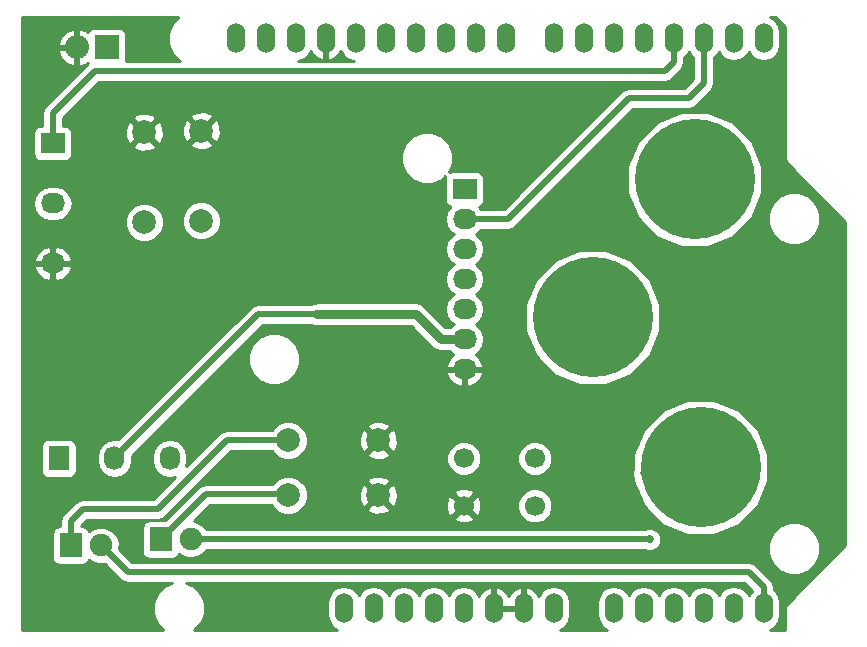
<source format=gtl>
G04 #@! TF.FileFunction,Copper,L1,Top,Signal*
%FSLAX46Y46*%
G04 Gerber Fmt 4.6, Leading zero omitted, Abs format (unit mm)*
G04 Created by KiCad (PCBNEW 4.0.1-3.201512221402+6198~38~ubuntu14.04.1-stable) date Fri 19 Feb 2016 11:58:25 AM PST*
%MOMM*%
G01*
G04 APERTURE LIST*
%ADD10C,0.100000*%
%ADD11O,1.524000X2.540000*%
%ADD12R,2.032000X1.727200*%
%ADD13O,2.032000X1.727200*%
%ADD14C,1.998980*%
%ADD15C,10.160000*%
%ADD16R,1.900000X2.000000*%
%ADD17C,1.900000*%
%ADD18R,2.032000X2.032000*%
%ADD19O,2.032000X2.032000*%
%ADD20R,1.727200X2.032000*%
%ADD21O,1.727200X2.032000*%
%ADD22C,1.700000*%
%ADD23C,0.685800*%
%ADD24C,0.508000*%
%ADD25C,0.762000*%
%ADD26C,0.330200*%
%ADD27C,0.254000*%
G04 APERTURE END LIST*
D10*
D11*
X151130000Y-115570000D03*
X148590000Y-115570000D03*
X146050000Y-115570000D03*
X138430000Y-115570000D03*
X140970000Y-115570000D03*
X143510000Y-115570000D03*
X133350000Y-115570000D03*
X130810000Y-115570000D03*
X128270000Y-115570000D03*
X123190000Y-115570000D03*
X120650000Y-115570000D03*
X151130000Y-67310000D03*
X148590000Y-67310000D03*
X146050000Y-67310000D03*
X143510000Y-67310000D03*
X140970000Y-67310000D03*
X138430000Y-67310000D03*
X135890000Y-67310000D03*
X133350000Y-67310000D03*
X129286000Y-67310000D03*
X126746000Y-67310000D03*
X124206000Y-67310000D03*
X121666000Y-67310000D03*
X119126000Y-67310000D03*
X116586000Y-67310000D03*
X114046000Y-67310000D03*
X111506000Y-67310000D03*
X125730000Y-115570000D03*
X108966000Y-67310000D03*
X106426000Y-67310000D03*
X118110000Y-115570000D03*
X115570000Y-115570000D03*
D12*
X125793500Y-80073500D03*
D13*
X125793500Y-82613500D03*
X125793500Y-85153500D03*
X125793500Y-87693500D03*
X125793500Y-90233500D03*
X125793500Y-92773500D03*
X125793500Y-95313500D03*
D14*
X110871000Y-101346000D03*
X118491000Y-101346000D03*
X110871000Y-105981500D03*
X118491000Y-105981500D03*
X103505000Y-82740500D03*
X103505000Y-75120500D03*
X98679000Y-82867500D03*
X98679000Y-75247500D03*
D15*
X145796000Y-103632000D03*
X145288000Y-79248000D03*
X136652000Y-90932000D03*
D16*
X92456000Y-110236000D03*
D17*
X94996000Y-110236000D03*
D16*
X100076000Y-109728000D03*
D17*
X102616000Y-109728000D03*
D12*
X90932000Y-76200000D03*
D13*
X90932000Y-81280000D03*
X90932000Y-86360000D03*
D18*
X95504000Y-68072000D03*
D19*
X92964000Y-68072000D03*
D20*
X91440000Y-102870000D03*
D21*
X96139000Y-102870000D03*
X100838000Y-102870000D03*
D22*
X131730000Y-106870000D03*
X125730000Y-106870000D03*
X131730000Y-102870000D03*
X125730000Y-102870000D03*
D23*
X113284000Y-90678000D03*
X141478000Y-109728000D03*
X140970000Y-104140000D03*
X144780000Y-74930000D03*
X133350000Y-87630000D03*
D24*
X125793500Y-92773500D02*
X125539500Y-92773500D01*
D25*
X113284000Y-90678000D02*
X121666000Y-90678000D01*
X123761500Y-92773500D02*
X125793500Y-92773500D01*
X121666000Y-90678000D02*
X123761500Y-92773500D01*
D24*
X112268000Y-90678000D02*
X113284000Y-90678000D01*
X125539500Y-92773500D02*
X125476000Y-92710000D01*
X112268000Y-90678000D02*
X108331000Y-90678000D01*
X108331000Y-90678000D02*
X96139000Y-102870000D01*
X92456000Y-110236000D02*
X92456000Y-108204000D01*
X105664000Y-101346000D02*
X110871000Y-101346000D01*
X99822000Y-107188000D02*
X105664000Y-101346000D01*
X93472000Y-107188000D02*
X99822000Y-107188000D01*
X92456000Y-108204000D02*
X93472000Y-107188000D01*
X149860000Y-112522000D02*
X97282000Y-112522000D01*
X97282000Y-112522000D02*
X94996000Y-110236000D01*
X151130000Y-115570000D02*
X151130000Y-113792000D01*
X151130000Y-113792000D02*
X149860000Y-112522000D01*
X100076000Y-109728000D02*
X103886000Y-105918000D01*
X103886000Y-105918000D02*
X110807500Y-105918000D01*
X110807500Y-105918000D02*
X110871000Y-105981500D01*
X102616000Y-109728000D02*
X141478000Y-109728000D01*
D26*
X140970000Y-104140000D02*
X141224000Y-103886000D01*
X141224000Y-103886000D02*
X145605500Y-103886000D01*
X144780000Y-74930000D02*
X145288000Y-75438000D01*
X145288000Y-75438000D02*
X145288000Y-78930500D01*
X133350000Y-87630000D02*
X135572500Y-89852500D01*
X135572500Y-89852500D02*
X135572500Y-91313000D01*
D24*
X125793500Y-82613500D02*
X129476500Y-82613500D01*
X146050000Y-71120000D02*
X144780000Y-72390000D01*
X144780000Y-72390000D02*
X139700000Y-72390000D01*
X139700000Y-72390000D02*
X135890000Y-76200000D01*
X146050000Y-71120000D02*
X146050000Y-67310000D01*
X129476500Y-82613500D02*
X135890000Y-76200000D01*
X143510000Y-69342000D02*
X143510000Y-67310000D01*
X142748000Y-70104000D02*
X143510000Y-69342000D01*
X94488000Y-70104000D02*
X142748000Y-70104000D01*
X90932000Y-73660000D02*
X94488000Y-70104000D01*
X90932000Y-76200000D02*
X90932000Y-73660000D01*
D27*
G36*
X150132336Y-114051572D02*
X149860000Y-114459150D01*
X149577828Y-114036851D01*
X149124609Y-113734019D01*
X148590000Y-113627679D01*
X148055391Y-113734019D01*
X147602172Y-114036851D01*
X147320000Y-114459150D01*
X147037828Y-114036851D01*
X146584609Y-113734019D01*
X146050000Y-113627679D01*
X145515391Y-113734019D01*
X145062172Y-114036851D01*
X144780000Y-114459150D01*
X144497828Y-114036851D01*
X144044609Y-113734019D01*
X143510000Y-113627679D01*
X142975391Y-113734019D01*
X142522172Y-114036851D01*
X142240000Y-114459150D01*
X141957828Y-114036851D01*
X141504609Y-113734019D01*
X140970000Y-113627679D01*
X140435391Y-113734019D01*
X139982172Y-114036851D01*
X139700000Y-114459150D01*
X139417828Y-114036851D01*
X138964609Y-113734019D01*
X138430000Y-113627679D01*
X137895391Y-113734019D01*
X137442172Y-114036851D01*
X137139340Y-114490070D01*
X137033000Y-115024679D01*
X137033000Y-116115321D01*
X137139340Y-116649930D01*
X137442172Y-117103149D01*
X137886440Y-117400000D01*
X133893560Y-117400000D01*
X134337828Y-117103149D01*
X134640660Y-116649930D01*
X134747000Y-116115321D01*
X134747000Y-115024679D01*
X134640660Y-114490070D01*
X134337828Y-114036851D01*
X133884609Y-113734019D01*
X133350000Y-113627679D01*
X132815391Y-113734019D01*
X132362172Y-114036851D01*
X132070670Y-114473113D01*
X132052059Y-114410059D01*
X131708026Y-113984370D01*
X131227277Y-113722740D01*
X131153070Y-113707780D01*
X130937000Y-113830280D01*
X130937000Y-115443000D01*
X130957000Y-115443000D01*
X130957000Y-115697000D01*
X130937000Y-115697000D01*
X130937000Y-115717000D01*
X130683000Y-115717000D01*
X130683000Y-115697000D01*
X128397000Y-115697000D01*
X128397000Y-115717000D01*
X128143000Y-115717000D01*
X128143000Y-115697000D01*
X128123000Y-115697000D01*
X128123000Y-115443000D01*
X128143000Y-115443000D01*
X128143000Y-113830280D01*
X128397000Y-113830280D01*
X128397000Y-115443000D01*
X130683000Y-115443000D01*
X130683000Y-113830280D01*
X130466930Y-113707780D01*
X130392723Y-113722740D01*
X129911974Y-113984370D01*
X129567941Y-114410059D01*
X129540000Y-114504723D01*
X129512059Y-114410059D01*
X129168026Y-113984370D01*
X128687277Y-113722740D01*
X128613070Y-113707780D01*
X128397000Y-113830280D01*
X128143000Y-113830280D01*
X127926930Y-113707780D01*
X127852723Y-113722740D01*
X127371974Y-113984370D01*
X127027941Y-114410059D01*
X127009330Y-114473113D01*
X126717828Y-114036851D01*
X126264609Y-113734019D01*
X125730000Y-113627679D01*
X125195391Y-113734019D01*
X124742172Y-114036851D01*
X124460000Y-114459150D01*
X124177828Y-114036851D01*
X123724609Y-113734019D01*
X123190000Y-113627679D01*
X122655391Y-113734019D01*
X122202172Y-114036851D01*
X121920000Y-114459150D01*
X121637828Y-114036851D01*
X121184609Y-113734019D01*
X120650000Y-113627679D01*
X120115391Y-113734019D01*
X119662172Y-114036851D01*
X119380000Y-114459150D01*
X119097828Y-114036851D01*
X118644609Y-113734019D01*
X118110000Y-113627679D01*
X117575391Y-113734019D01*
X117122172Y-114036851D01*
X116840000Y-114459150D01*
X116557828Y-114036851D01*
X116104609Y-113734019D01*
X115570000Y-113627679D01*
X115035391Y-113734019D01*
X114582172Y-114036851D01*
X114279340Y-114490070D01*
X114173000Y-115024679D01*
X114173000Y-116115321D01*
X114279340Y-116649930D01*
X114582172Y-117103149D01*
X115026440Y-117400000D01*
X102912639Y-117400000D01*
X103483045Y-116830589D01*
X103822113Y-116014022D01*
X103822885Y-115129857D01*
X103485242Y-114312700D01*
X102860589Y-113686955D01*
X102196015Y-113411000D01*
X149491764Y-113411000D01*
X150132336Y-114051572D01*
X150132336Y-114051572D01*
G37*
X150132336Y-114051572D02*
X149860000Y-114459150D01*
X149577828Y-114036851D01*
X149124609Y-113734019D01*
X148590000Y-113627679D01*
X148055391Y-113734019D01*
X147602172Y-114036851D01*
X147320000Y-114459150D01*
X147037828Y-114036851D01*
X146584609Y-113734019D01*
X146050000Y-113627679D01*
X145515391Y-113734019D01*
X145062172Y-114036851D01*
X144780000Y-114459150D01*
X144497828Y-114036851D01*
X144044609Y-113734019D01*
X143510000Y-113627679D01*
X142975391Y-113734019D01*
X142522172Y-114036851D01*
X142240000Y-114459150D01*
X141957828Y-114036851D01*
X141504609Y-113734019D01*
X140970000Y-113627679D01*
X140435391Y-113734019D01*
X139982172Y-114036851D01*
X139700000Y-114459150D01*
X139417828Y-114036851D01*
X138964609Y-113734019D01*
X138430000Y-113627679D01*
X137895391Y-113734019D01*
X137442172Y-114036851D01*
X137139340Y-114490070D01*
X137033000Y-115024679D01*
X137033000Y-116115321D01*
X137139340Y-116649930D01*
X137442172Y-117103149D01*
X137886440Y-117400000D01*
X133893560Y-117400000D01*
X134337828Y-117103149D01*
X134640660Y-116649930D01*
X134747000Y-116115321D01*
X134747000Y-115024679D01*
X134640660Y-114490070D01*
X134337828Y-114036851D01*
X133884609Y-113734019D01*
X133350000Y-113627679D01*
X132815391Y-113734019D01*
X132362172Y-114036851D01*
X132070670Y-114473113D01*
X132052059Y-114410059D01*
X131708026Y-113984370D01*
X131227277Y-113722740D01*
X131153070Y-113707780D01*
X130937000Y-113830280D01*
X130937000Y-115443000D01*
X130957000Y-115443000D01*
X130957000Y-115697000D01*
X130937000Y-115697000D01*
X130937000Y-115717000D01*
X130683000Y-115717000D01*
X130683000Y-115697000D01*
X128397000Y-115697000D01*
X128397000Y-115717000D01*
X128143000Y-115717000D01*
X128143000Y-115697000D01*
X128123000Y-115697000D01*
X128123000Y-115443000D01*
X128143000Y-115443000D01*
X128143000Y-113830280D01*
X128397000Y-113830280D01*
X128397000Y-115443000D01*
X130683000Y-115443000D01*
X130683000Y-113830280D01*
X130466930Y-113707780D01*
X130392723Y-113722740D01*
X129911974Y-113984370D01*
X129567941Y-114410059D01*
X129540000Y-114504723D01*
X129512059Y-114410059D01*
X129168026Y-113984370D01*
X128687277Y-113722740D01*
X128613070Y-113707780D01*
X128397000Y-113830280D01*
X128143000Y-113830280D01*
X127926930Y-113707780D01*
X127852723Y-113722740D01*
X127371974Y-113984370D01*
X127027941Y-114410059D01*
X127009330Y-114473113D01*
X126717828Y-114036851D01*
X126264609Y-113734019D01*
X125730000Y-113627679D01*
X125195391Y-113734019D01*
X124742172Y-114036851D01*
X124460000Y-114459150D01*
X124177828Y-114036851D01*
X123724609Y-113734019D01*
X123190000Y-113627679D01*
X122655391Y-113734019D01*
X122202172Y-114036851D01*
X121920000Y-114459150D01*
X121637828Y-114036851D01*
X121184609Y-113734019D01*
X120650000Y-113627679D01*
X120115391Y-113734019D01*
X119662172Y-114036851D01*
X119380000Y-114459150D01*
X119097828Y-114036851D01*
X118644609Y-113734019D01*
X118110000Y-113627679D01*
X117575391Y-113734019D01*
X117122172Y-114036851D01*
X116840000Y-114459150D01*
X116557828Y-114036851D01*
X116104609Y-113734019D01*
X115570000Y-113627679D01*
X115035391Y-113734019D01*
X114582172Y-114036851D01*
X114279340Y-114490070D01*
X114173000Y-115024679D01*
X114173000Y-116115321D01*
X114279340Y-116649930D01*
X114582172Y-117103149D01*
X115026440Y-117400000D01*
X102912639Y-117400000D01*
X103483045Y-116830589D01*
X103822113Y-116014022D01*
X103822885Y-115129857D01*
X103485242Y-114312700D01*
X102860589Y-113686955D01*
X102196015Y-113411000D01*
X149491764Y-113411000D01*
X150132336Y-114051572D01*
G36*
X100986955Y-66049411D02*
X100647887Y-66865978D01*
X100647115Y-67750143D01*
X100984758Y-68567300D01*
X101609411Y-69193045D01*
X101662285Y-69215000D01*
X97141722Y-69215000D01*
X97167440Y-69088000D01*
X97167440Y-67056000D01*
X97123162Y-66820683D01*
X96984090Y-66604559D01*
X96771890Y-66459569D01*
X96520000Y-66408560D01*
X94488000Y-66408560D01*
X94252683Y-66452838D01*
X94036559Y-66591910D01*
X93925160Y-66754948D01*
X93828818Y-66665615D01*
X93346944Y-66466025D01*
X93091000Y-66585164D01*
X93091000Y-67945000D01*
X93111000Y-67945000D01*
X93111000Y-68199000D01*
X93091000Y-68199000D01*
X93091000Y-69558836D01*
X93346944Y-69677975D01*
X93828818Y-69478385D01*
X93926398Y-69387903D01*
X93945613Y-69417764D01*
X93859382Y-69475382D01*
X90303382Y-73031382D01*
X90110671Y-73319794D01*
X90043000Y-73660000D01*
X90043000Y-74688960D01*
X89916000Y-74688960D01*
X89680683Y-74733238D01*
X89464559Y-74872310D01*
X89319569Y-75084510D01*
X89268560Y-75336400D01*
X89268560Y-77063600D01*
X89312838Y-77298917D01*
X89451910Y-77515041D01*
X89664110Y-77660031D01*
X89916000Y-77711040D01*
X91948000Y-77711040D01*
X92183317Y-77666762D01*
X92399441Y-77527690D01*
X92544431Y-77315490D01*
X92595440Y-77063600D01*
X92595440Y-76399663D01*
X97706443Y-76399663D01*
X97805042Y-76666465D01*
X98414582Y-76892901D01*
X99064377Y-76868841D01*
X99552958Y-76666465D01*
X99651557Y-76399663D01*
X99524558Y-76272663D01*
X102532443Y-76272663D01*
X102631042Y-76539465D01*
X103240582Y-76765901D01*
X103890377Y-76741841D01*
X104378958Y-76539465D01*
X104477557Y-76272663D01*
X103505000Y-75300105D01*
X102532443Y-76272663D01*
X99524558Y-76272663D01*
X98679000Y-75427105D01*
X97706443Y-76399663D01*
X92595440Y-76399663D01*
X92595440Y-75336400D01*
X92551162Y-75101083D01*
X92475231Y-74983082D01*
X97033599Y-74983082D01*
X97057659Y-75632877D01*
X97260035Y-76121458D01*
X97526837Y-76220057D01*
X98499395Y-75247500D01*
X98858605Y-75247500D01*
X99831163Y-76220057D01*
X100097965Y-76121458D01*
X100324401Y-75511918D01*
X100300341Y-74862123D01*
X100297839Y-74856082D01*
X101859599Y-74856082D01*
X101883659Y-75505877D01*
X102086035Y-75994458D01*
X102352837Y-76093057D01*
X103325395Y-75120500D01*
X103684605Y-75120500D01*
X104657163Y-76093057D01*
X104923965Y-75994458D01*
X105150401Y-75384918D01*
X105126341Y-74735123D01*
X104923965Y-74246542D01*
X104657163Y-74147943D01*
X103684605Y-75120500D01*
X103325395Y-75120500D01*
X102352837Y-74147943D01*
X102086035Y-74246542D01*
X101859599Y-74856082D01*
X100297839Y-74856082D01*
X100097965Y-74373542D01*
X99831163Y-74274943D01*
X98858605Y-75247500D01*
X98499395Y-75247500D01*
X97526837Y-74274943D01*
X97260035Y-74373542D01*
X97033599Y-74983082D01*
X92475231Y-74983082D01*
X92412090Y-74884959D01*
X92199890Y-74739969D01*
X91948000Y-74688960D01*
X91821000Y-74688960D01*
X91821000Y-74095337D01*
X97706443Y-74095337D01*
X98679000Y-75067895D01*
X99651557Y-74095337D01*
X99604624Y-73968337D01*
X102532443Y-73968337D01*
X103505000Y-74940895D01*
X104477557Y-73968337D01*
X104378958Y-73701535D01*
X103769418Y-73475099D01*
X103119623Y-73499159D01*
X102631042Y-73701535D01*
X102532443Y-73968337D01*
X99604624Y-73968337D01*
X99552958Y-73828535D01*
X98943418Y-73602099D01*
X98293623Y-73626159D01*
X97805042Y-73828535D01*
X97706443Y-74095337D01*
X91821000Y-74095337D01*
X91821000Y-74028236D01*
X94856236Y-70993000D01*
X142748000Y-70993000D01*
X143088206Y-70925329D01*
X143376618Y-70732618D01*
X144138618Y-69970618D01*
X144331329Y-69682206D01*
X144399000Y-69342000D01*
X144399000Y-68909184D01*
X144497828Y-68843149D01*
X144780000Y-68420850D01*
X145062172Y-68843149D01*
X145161000Y-68909184D01*
X145161000Y-70751764D01*
X144411764Y-71501000D01*
X139700000Y-71501000D01*
X139359795Y-71568670D01*
X139071382Y-71761382D01*
X129108264Y-81724500D01*
X127151953Y-81724500D01*
X127037915Y-81553830D01*
X127023587Y-81544257D01*
X127044817Y-81540262D01*
X127260941Y-81401190D01*
X127405931Y-81188990D01*
X127456940Y-80937100D01*
X127456940Y-79209900D01*
X127412662Y-78974583D01*
X127273590Y-78758459D01*
X127061390Y-78613469D01*
X126809500Y-78562460D01*
X124777500Y-78562460D01*
X124542183Y-78606738D01*
X124502160Y-78632492D01*
X124827916Y-77847985D01*
X124828683Y-76968872D01*
X124492970Y-76156384D01*
X123871886Y-75534215D01*
X123059985Y-75197084D01*
X122180872Y-75196317D01*
X121368384Y-75532030D01*
X120746215Y-76153114D01*
X120409084Y-76965015D01*
X120408317Y-77844128D01*
X120744030Y-78656616D01*
X121365114Y-79278785D01*
X122177015Y-79615916D01*
X123056128Y-79616683D01*
X123868616Y-79280970D01*
X124178264Y-78971862D01*
X124130060Y-79209900D01*
X124130060Y-80937100D01*
X124174338Y-81172417D01*
X124313410Y-81388541D01*
X124525610Y-81533531D01*
X124566939Y-81541900D01*
X124549085Y-81553830D01*
X124224229Y-82040011D01*
X124110155Y-82613500D01*
X124224229Y-83186989D01*
X124549085Y-83673170D01*
X124863866Y-83883500D01*
X124549085Y-84093830D01*
X124224229Y-84580011D01*
X124110155Y-85153500D01*
X124224229Y-85726989D01*
X124549085Y-86213170D01*
X124863866Y-86423500D01*
X124549085Y-86633830D01*
X124224229Y-87120011D01*
X124110155Y-87693500D01*
X124224229Y-88266989D01*
X124549085Y-88753170D01*
X124863866Y-88963500D01*
X124549085Y-89173830D01*
X124224229Y-89660011D01*
X124110155Y-90233500D01*
X124224229Y-90806989D01*
X124549085Y-91293170D01*
X124863866Y-91503500D01*
X124549085Y-91713830D01*
X124519906Y-91757500D01*
X124182341Y-91757500D01*
X122384420Y-89959580D01*
X122054807Y-89739338D01*
X121990300Y-89726507D01*
X121666000Y-89662000D01*
X113284000Y-89662000D01*
X113093294Y-89699934D01*
X113090337Y-89699931D01*
X113087580Y-89701070D01*
X112895194Y-89739338D01*
X112820870Y-89789000D01*
X108331000Y-89789000D01*
X107990794Y-89856671D01*
X107836780Y-89959580D01*
X107702382Y-90049382D01*
X96494413Y-101257351D01*
X96139000Y-101186655D01*
X95565511Y-101300729D01*
X95079330Y-101625585D01*
X94754474Y-102111766D01*
X94640400Y-102685255D01*
X94640400Y-103054745D01*
X94754474Y-103628234D01*
X95079330Y-104114415D01*
X95565511Y-104439271D01*
X96139000Y-104553345D01*
X96712489Y-104439271D01*
X97198670Y-104114415D01*
X97523526Y-103628234D01*
X97637600Y-103054745D01*
X97637600Y-102685255D01*
X97628206Y-102638030D01*
X105404108Y-94862128D01*
X107454317Y-94862128D01*
X107790030Y-95674616D01*
X108411114Y-96296785D01*
X109223015Y-96633916D01*
X110102128Y-96634683D01*
X110914616Y-96298970D01*
X111536785Y-95677886D01*
X111539010Y-95672526D01*
X124186142Y-95672526D01*
X124188791Y-95688291D01*
X124442768Y-96215536D01*
X124879180Y-96605454D01*
X125431587Y-96798684D01*
X125666500Y-96654424D01*
X125666500Y-95440500D01*
X125920500Y-95440500D01*
X125920500Y-96654424D01*
X126155413Y-96798684D01*
X126707820Y-96605454D01*
X127144232Y-96215536D01*
X127398209Y-95688291D01*
X127400858Y-95672526D01*
X127279717Y-95440500D01*
X125920500Y-95440500D01*
X125666500Y-95440500D01*
X124307283Y-95440500D01*
X124186142Y-95672526D01*
X111539010Y-95672526D01*
X111873916Y-94865985D01*
X111874683Y-93986872D01*
X111538970Y-93174384D01*
X110917886Y-92552215D01*
X110105985Y-92215084D01*
X109226872Y-92214317D01*
X108414384Y-92550030D01*
X107792215Y-93171114D01*
X107455084Y-93983015D01*
X107454317Y-94862128D01*
X105404108Y-94862128D01*
X108699236Y-91567000D01*
X112820870Y-91567000D01*
X112895194Y-91616662D01*
X113085896Y-91654595D01*
X113088630Y-91655730D01*
X113091616Y-91655733D01*
X113284000Y-91694000D01*
X121245160Y-91694000D01*
X123043080Y-93491921D01*
X123372693Y-93712162D01*
X123761500Y-93789500D01*
X124519906Y-93789500D01*
X124549085Y-93833170D01*
X124858569Y-94039961D01*
X124442768Y-94411464D01*
X124188791Y-94938709D01*
X124186142Y-94954474D01*
X124307283Y-95186500D01*
X125666500Y-95186500D01*
X125666500Y-95166500D01*
X125920500Y-95166500D01*
X125920500Y-95186500D01*
X127279717Y-95186500D01*
X127400858Y-94954474D01*
X127398209Y-94938709D01*
X127144232Y-94411464D01*
X126728431Y-94039961D01*
X127037915Y-93833170D01*
X127362771Y-93346989D01*
X127476845Y-92773500D01*
X127362771Y-92200011D01*
X127271755Y-92063796D01*
X130936011Y-92063796D01*
X131804234Y-94165058D01*
X133410486Y-95774116D01*
X135510229Y-96646005D01*
X137783796Y-96647989D01*
X139885058Y-95779766D01*
X141494116Y-94173514D01*
X142366005Y-92073771D01*
X142367989Y-89800204D01*
X141499766Y-87698942D01*
X139893514Y-86089884D01*
X137793771Y-85217995D01*
X135520204Y-85216011D01*
X133418942Y-86084234D01*
X131809884Y-87690486D01*
X130937995Y-89790229D01*
X130936011Y-92063796D01*
X127271755Y-92063796D01*
X127037915Y-91713830D01*
X126723134Y-91503500D01*
X127037915Y-91293170D01*
X127362771Y-90806989D01*
X127476845Y-90233500D01*
X127362771Y-89660011D01*
X127037915Y-89173830D01*
X126723134Y-88963500D01*
X127037915Y-88753170D01*
X127362771Y-88266989D01*
X127476845Y-87693500D01*
X127362771Y-87120011D01*
X127037915Y-86633830D01*
X126723134Y-86423500D01*
X127037915Y-86213170D01*
X127362771Y-85726989D01*
X127476845Y-85153500D01*
X127362771Y-84580011D01*
X127037915Y-84093830D01*
X126723134Y-83883500D01*
X127037915Y-83673170D01*
X127151953Y-83502500D01*
X129476500Y-83502500D01*
X129816706Y-83434829D01*
X130105118Y-83242118D01*
X132967440Y-80379796D01*
X139572011Y-80379796D01*
X140440234Y-82481058D01*
X142046486Y-84090116D01*
X144146229Y-84962005D01*
X146419796Y-84963989D01*
X148521058Y-84095766D01*
X149628612Y-82990143D01*
X151447115Y-82990143D01*
X151784758Y-83807300D01*
X152409411Y-84433045D01*
X153225978Y-84772113D01*
X154110143Y-84772885D01*
X154927300Y-84435242D01*
X155553045Y-83810589D01*
X155892113Y-82994022D01*
X155892885Y-82109857D01*
X155555242Y-81292700D01*
X154930589Y-80666955D01*
X154114022Y-80327887D01*
X153229857Y-80327115D01*
X152412700Y-80664758D01*
X151786955Y-81289411D01*
X151447887Y-82105978D01*
X151447115Y-82990143D01*
X149628612Y-82990143D01*
X150130116Y-82489514D01*
X151002005Y-80389771D01*
X151003989Y-78116204D01*
X150135766Y-76014942D01*
X148529514Y-74405884D01*
X146429771Y-73533995D01*
X144156204Y-73532011D01*
X142054942Y-74400234D01*
X140445884Y-76006486D01*
X139573995Y-78106229D01*
X139572011Y-80379796D01*
X132967440Y-80379796D01*
X140068236Y-73279000D01*
X144780000Y-73279000D01*
X145120206Y-73211329D01*
X145408618Y-73018618D01*
X146678618Y-71748618D01*
X146871329Y-71460206D01*
X146939000Y-71120000D01*
X146939000Y-68909184D01*
X147037828Y-68843149D01*
X147320000Y-68420850D01*
X147602172Y-68843149D01*
X148055391Y-69145981D01*
X148590000Y-69252321D01*
X149124609Y-69145981D01*
X149577828Y-68843149D01*
X149860000Y-68420850D01*
X150142172Y-68843149D01*
X150595391Y-69145981D01*
X151130000Y-69252321D01*
X151664609Y-69145981D01*
X152117828Y-68843149D01*
X152420660Y-68389930D01*
X152527000Y-67855321D01*
X152527000Y-66764679D01*
X152420660Y-66230070D01*
X152117828Y-65776851D01*
X151673560Y-65480000D01*
X152105908Y-65480000D01*
X152960000Y-66334092D01*
X152960000Y-77470000D01*
X153014046Y-77741705D01*
X153167954Y-77972046D01*
X158040000Y-82844092D01*
X158040000Y-110195908D01*
X153167954Y-115067954D01*
X153014046Y-115298295D01*
X152960000Y-115570000D01*
X152960000Y-117400000D01*
X151673560Y-117400000D01*
X152117828Y-117103149D01*
X152420660Y-116649930D01*
X152527000Y-116115321D01*
X152527000Y-115024679D01*
X152420660Y-114490070D01*
X152117828Y-114036851D01*
X152019000Y-113970816D01*
X152019000Y-113792000D01*
X151951329Y-113451794D01*
X151758618Y-113163382D01*
X150488618Y-111893382D01*
X150407472Y-111839162D01*
X150200206Y-111700671D01*
X149860000Y-111633000D01*
X97650236Y-111633000D01*
X96577547Y-110560311D01*
X96580724Y-110552659D01*
X96581275Y-109922107D01*
X96340481Y-109339343D01*
X95895003Y-108893086D01*
X95497432Y-108728000D01*
X98478560Y-108728000D01*
X98478560Y-110728000D01*
X98522838Y-110963317D01*
X98661910Y-111179441D01*
X98874110Y-111324431D01*
X99126000Y-111375440D01*
X101026000Y-111375440D01*
X101261317Y-111331162D01*
X101477441Y-111192090D01*
X101622431Y-110979890D01*
X101623055Y-110976808D01*
X101716997Y-111070914D01*
X102299341Y-111312724D01*
X102929893Y-111313275D01*
X103512657Y-111072481D01*
X103655243Y-110930143D01*
X151447115Y-110930143D01*
X151784758Y-111747300D01*
X152409411Y-112373045D01*
X153225978Y-112712113D01*
X154110143Y-112712885D01*
X154927300Y-112375242D01*
X155553045Y-111750589D01*
X155892113Y-110934022D01*
X155892885Y-110049857D01*
X155555242Y-109232700D01*
X154930589Y-108606955D01*
X154114022Y-108267887D01*
X153229857Y-108267115D01*
X152412700Y-108604758D01*
X151786955Y-109229411D01*
X151447887Y-110045978D01*
X151447115Y-110930143D01*
X103655243Y-110930143D01*
X103958914Y-110627003D01*
X103963068Y-110617000D01*
X141068945Y-110617000D01*
X141282630Y-110705730D01*
X141671663Y-110706069D01*
X142031212Y-110557507D01*
X142306540Y-110282659D01*
X142455730Y-109923370D01*
X142456069Y-109534337D01*
X142307507Y-109174788D01*
X142032659Y-108899460D01*
X141673370Y-108750270D01*
X141284337Y-108749931D01*
X141068773Y-108839000D01*
X103963645Y-108839000D01*
X103960481Y-108831343D01*
X103515003Y-108385086D01*
X102932659Y-108143276D01*
X102917973Y-108143263D01*
X103147278Y-107913958D01*
X124865647Y-107913958D01*
X124945920Y-108165259D01*
X125501279Y-108366718D01*
X126091458Y-108340315D01*
X126514080Y-108165259D01*
X126594353Y-107913958D01*
X125730000Y-107049605D01*
X124865647Y-107913958D01*
X103147278Y-107913958D01*
X104254236Y-106807000D01*
X109443568Y-106807000D01*
X109484538Y-106906155D01*
X109943927Y-107366346D01*
X110544453Y-107615706D01*
X111194694Y-107616274D01*
X111795655Y-107367962D01*
X112030363Y-107133663D01*
X117518443Y-107133663D01*
X117617042Y-107400465D01*
X118226582Y-107626901D01*
X118876377Y-107602841D01*
X119364958Y-107400465D01*
X119463557Y-107133663D01*
X118491000Y-106161105D01*
X117518443Y-107133663D01*
X112030363Y-107133663D01*
X112255846Y-106908573D01*
X112505206Y-106308047D01*
X112505722Y-105717082D01*
X116845599Y-105717082D01*
X116869659Y-106366877D01*
X117072035Y-106855458D01*
X117338837Y-106954057D01*
X118311395Y-105981500D01*
X118670605Y-105981500D01*
X119643163Y-106954057D01*
X119909965Y-106855458D01*
X119989529Y-106641279D01*
X124233282Y-106641279D01*
X124259685Y-107231458D01*
X124434741Y-107654080D01*
X124686042Y-107734353D01*
X125550395Y-106870000D01*
X125909605Y-106870000D01*
X126773958Y-107734353D01*
X127025259Y-107654080D01*
X127203005Y-107164089D01*
X130244743Y-107164089D01*
X130470344Y-107710086D01*
X130887717Y-108128188D01*
X131433319Y-108354742D01*
X132024089Y-108355257D01*
X132570086Y-108129656D01*
X132988188Y-107712283D01*
X133214742Y-107166681D01*
X133215257Y-106575911D01*
X132989656Y-106029914D01*
X132572283Y-105611812D01*
X132026681Y-105385258D01*
X131435911Y-105384743D01*
X130889914Y-105610344D01*
X130471812Y-106027717D01*
X130245258Y-106573319D01*
X130244743Y-107164089D01*
X127203005Y-107164089D01*
X127226718Y-107098721D01*
X127200315Y-106508542D01*
X127025259Y-106085920D01*
X126773958Y-106005647D01*
X125909605Y-106870000D01*
X125550395Y-106870000D01*
X124686042Y-106005647D01*
X124434741Y-106085920D01*
X124233282Y-106641279D01*
X119989529Y-106641279D01*
X120136401Y-106245918D01*
X120120855Y-105826042D01*
X124865647Y-105826042D01*
X125730000Y-106690395D01*
X126594353Y-105826042D01*
X126514080Y-105574741D01*
X125958721Y-105373282D01*
X125368542Y-105399685D01*
X124945920Y-105574741D01*
X124865647Y-105826042D01*
X120120855Y-105826042D01*
X120112341Y-105596123D01*
X119909965Y-105107542D01*
X119643163Y-105008943D01*
X118670605Y-105981500D01*
X118311395Y-105981500D01*
X117338837Y-105008943D01*
X117072035Y-105107542D01*
X116845599Y-105717082D01*
X112505722Y-105717082D01*
X112505774Y-105657806D01*
X112257462Y-105056845D01*
X112030351Y-104829337D01*
X117518443Y-104829337D01*
X118491000Y-105801895D01*
X119463557Y-104829337D01*
X119364958Y-104562535D01*
X118755418Y-104336099D01*
X118105623Y-104360159D01*
X117617042Y-104562535D01*
X117518443Y-104829337D01*
X112030351Y-104829337D01*
X111798073Y-104596654D01*
X111197547Y-104347294D01*
X110547306Y-104346726D01*
X109946345Y-104595038D01*
X109511625Y-105029000D01*
X103886000Y-105029000D01*
X103545795Y-105096670D01*
X103257382Y-105289382D01*
X100466204Y-108080560D01*
X99126000Y-108080560D01*
X98890683Y-108124838D01*
X98674559Y-108263910D01*
X98529569Y-108476110D01*
X98478560Y-108728000D01*
X95497432Y-108728000D01*
X95312659Y-108651276D01*
X94682107Y-108650725D01*
X94099343Y-108891519D01*
X94001663Y-108989029D01*
X93870090Y-108784559D01*
X93657890Y-108639569D01*
X93406000Y-108588560D01*
X93345000Y-108588560D01*
X93345000Y-108572236D01*
X93840236Y-108077000D01*
X99822000Y-108077000D01*
X100162206Y-108009329D01*
X100450618Y-107816618D01*
X105103147Y-103164089D01*
X124244743Y-103164089D01*
X124470344Y-103710086D01*
X124887717Y-104128188D01*
X125433319Y-104354742D01*
X126024089Y-104355257D01*
X126570086Y-104129656D01*
X126988188Y-103712283D01*
X127214742Y-103166681D01*
X127214744Y-103164089D01*
X130244743Y-103164089D01*
X130470344Y-103710086D01*
X130887717Y-104128188D01*
X131433319Y-104354742D01*
X132024089Y-104355257D01*
X132076350Y-104333663D01*
X139991931Y-104333663D01*
X140080200Y-104547291D01*
X140080011Y-104763796D01*
X140948234Y-106865058D01*
X142554486Y-108474116D01*
X144654229Y-109346005D01*
X146927796Y-109347989D01*
X149029058Y-108479766D01*
X150638116Y-106873514D01*
X151510005Y-104773771D01*
X151511989Y-102500204D01*
X150643766Y-100398942D01*
X149037514Y-98789884D01*
X146937771Y-97917995D01*
X144664204Y-97916011D01*
X142562942Y-98784234D01*
X140953884Y-100390486D01*
X140081995Y-102490229D01*
X140080912Y-103731156D01*
X139992270Y-103944630D01*
X139991931Y-104333663D01*
X132076350Y-104333663D01*
X132570086Y-104129656D01*
X132988188Y-103712283D01*
X133214742Y-103166681D01*
X133215257Y-102575911D01*
X132989656Y-102029914D01*
X132572283Y-101611812D01*
X132026681Y-101385258D01*
X131435911Y-101384743D01*
X130889914Y-101610344D01*
X130471812Y-102027717D01*
X130245258Y-102573319D01*
X130244743Y-103164089D01*
X127214744Y-103164089D01*
X127215257Y-102575911D01*
X126989656Y-102029914D01*
X126572283Y-101611812D01*
X126026681Y-101385258D01*
X125435911Y-101384743D01*
X124889914Y-101610344D01*
X124471812Y-102027717D01*
X124245258Y-102573319D01*
X124244743Y-103164089D01*
X105103147Y-103164089D01*
X106032236Y-102235000D01*
X109469806Y-102235000D01*
X109484538Y-102270655D01*
X109943927Y-102730846D01*
X110544453Y-102980206D01*
X111194694Y-102980774D01*
X111795655Y-102732462D01*
X112030363Y-102498163D01*
X117518443Y-102498163D01*
X117617042Y-102764965D01*
X118226582Y-102991401D01*
X118876377Y-102967341D01*
X119364958Y-102764965D01*
X119463557Y-102498163D01*
X118491000Y-101525605D01*
X117518443Y-102498163D01*
X112030363Y-102498163D01*
X112255846Y-102273073D01*
X112505206Y-101672547D01*
X112505722Y-101081582D01*
X116845599Y-101081582D01*
X116869659Y-101731377D01*
X117072035Y-102219958D01*
X117338837Y-102318557D01*
X118311395Y-101346000D01*
X118670605Y-101346000D01*
X119643163Y-102318557D01*
X119909965Y-102219958D01*
X120136401Y-101610418D01*
X120112341Y-100960623D01*
X119909965Y-100472042D01*
X119643163Y-100373443D01*
X118670605Y-101346000D01*
X118311395Y-101346000D01*
X117338837Y-100373443D01*
X117072035Y-100472042D01*
X116845599Y-101081582D01*
X112505722Y-101081582D01*
X112505774Y-101022306D01*
X112257462Y-100421345D01*
X112030351Y-100193837D01*
X117518443Y-100193837D01*
X118491000Y-101166395D01*
X119463557Y-100193837D01*
X119364958Y-99927035D01*
X118755418Y-99700599D01*
X118105623Y-99724659D01*
X117617042Y-99927035D01*
X117518443Y-100193837D01*
X112030351Y-100193837D01*
X111798073Y-99961154D01*
X111197547Y-99711794D01*
X110547306Y-99711226D01*
X109946345Y-99959538D01*
X109486154Y-100418927D01*
X109470345Y-100457000D01*
X105664000Y-100457000D01*
X105323795Y-100524670D01*
X105035382Y-100717382D01*
X102246859Y-103505905D01*
X102336600Y-103054745D01*
X102336600Y-102685255D01*
X102222526Y-102111766D01*
X101897670Y-101625585D01*
X101411489Y-101300729D01*
X100838000Y-101186655D01*
X100264511Y-101300729D01*
X99778330Y-101625585D01*
X99453474Y-102111766D01*
X99339400Y-102685255D01*
X99339400Y-103054745D01*
X99453474Y-103628234D01*
X99778330Y-104114415D01*
X100264511Y-104439271D01*
X100838000Y-104553345D01*
X101289160Y-104463604D01*
X99453764Y-106299000D01*
X93472000Y-106299000D01*
X93131794Y-106366671D01*
X92862485Y-106546618D01*
X92843382Y-106559382D01*
X91827382Y-107575382D01*
X91634671Y-107863794D01*
X91567000Y-108204000D01*
X91567000Y-108588560D01*
X91506000Y-108588560D01*
X91270683Y-108632838D01*
X91054559Y-108771910D01*
X90909569Y-108984110D01*
X90858560Y-109236000D01*
X90858560Y-111236000D01*
X90902838Y-111471317D01*
X91041910Y-111687441D01*
X91254110Y-111832431D01*
X91506000Y-111883440D01*
X93406000Y-111883440D01*
X93641317Y-111839162D01*
X93857441Y-111700090D01*
X94002431Y-111487890D01*
X94003055Y-111484808D01*
X94096997Y-111578914D01*
X94679341Y-111820724D01*
X95309893Y-111821275D01*
X95319903Y-111817139D01*
X96653382Y-113150618D01*
X96941794Y-113343329D01*
X97282000Y-113411000D01*
X101005244Y-113411000D01*
X100342700Y-113684758D01*
X99716955Y-114309411D01*
X99377887Y-115125978D01*
X99377115Y-116010143D01*
X99714758Y-116827300D01*
X100286459Y-117400000D01*
X88340000Y-117400000D01*
X88340000Y-101854000D01*
X89928960Y-101854000D01*
X89928960Y-103886000D01*
X89973238Y-104121317D01*
X90112310Y-104337441D01*
X90324510Y-104482431D01*
X90576400Y-104533440D01*
X92303600Y-104533440D01*
X92538917Y-104489162D01*
X92755041Y-104350090D01*
X92900031Y-104137890D01*
X92951040Y-103886000D01*
X92951040Y-101854000D01*
X92906762Y-101618683D01*
X92767690Y-101402559D01*
X92555490Y-101257569D01*
X92303600Y-101206560D01*
X90576400Y-101206560D01*
X90341083Y-101250838D01*
X90124959Y-101389910D01*
X89979969Y-101602110D01*
X89928960Y-101854000D01*
X88340000Y-101854000D01*
X88340000Y-86719026D01*
X89324642Y-86719026D01*
X89327291Y-86734791D01*
X89581268Y-87262036D01*
X90017680Y-87651954D01*
X90570087Y-87845184D01*
X90805000Y-87700924D01*
X90805000Y-86487000D01*
X91059000Y-86487000D01*
X91059000Y-87700924D01*
X91293913Y-87845184D01*
X91846320Y-87651954D01*
X92282732Y-87262036D01*
X92536709Y-86734791D01*
X92539358Y-86719026D01*
X92418217Y-86487000D01*
X91059000Y-86487000D01*
X90805000Y-86487000D01*
X89445783Y-86487000D01*
X89324642Y-86719026D01*
X88340000Y-86719026D01*
X88340000Y-86000974D01*
X89324642Y-86000974D01*
X89445783Y-86233000D01*
X90805000Y-86233000D01*
X90805000Y-85019076D01*
X91059000Y-85019076D01*
X91059000Y-86233000D01*
X92418217Y-86233000D01*
X92539358Y-86000974D01*
X92536709Y-85985209D01*
X92282732Y-85457964D01*
X91846320Y-85068046D01*
X91293913Y-84874816D01*
X91059000Y-85019076D01*
X90805000Y-85019076D01*
X90570087Y-84874816D01*
X90017680Y-85068046D01*
X89581268Y-85457964D01*
X89327291Y-85985209D01*
X89324642Y-86000974D01*
X88340000Y-86000974D01*
X88340000Y-83191194D01*
X97044226Y-83191194D01*
X97292538Y-83792155D01*
X97751927Y-84252346D01*
X98352453Y-84501706D01*
X99002694Y-84502274D01*
X99603655Y-84253962D01*
X100063846Y-83794573D01*
X100313206Y-83194047D01*
X100313319Y-83064194D01*
X101870226Y-83064194D01*
X102118538Y-83665155D01*
X102577927Y-84125346D01*
X103178453Y-84374706D01*
X103828694Y-84375274D01*
X104429655Y-84126962D01*
X104889846Y-83667573D01*
X105139206Y-83067047D01*
X105139774Y-82416806D01*
X104891462Y-81815845D01*
X104432073Y-81355654D01*
X103831547Y-81106294D01*
X103181306Y-81105726D01*
X102580345Y-81354038D01*
X102120154Y-81813427D01*
X101870794Y-82413953D01*
X101870226Y-83064194D01*
X100313319Y-83064194D01*
X100313774Y-82543806D01*
X100065462Y-81942845D01*
X99606073Y-81482654D01*
X99005547Y-81233294D01*
X98355306Y-81232726D01*
X97754345Y-81481038D01*
X97294154Y-81940427D01*
X97044794Y-82540953D01*
X97044226Y-83191194D01*
X88340000Y-83191194D01*
X88340000Y-81280000D01*
X89248655Y-81280000D01*
X89362729Y-81853489D01*
X89687585Y-82339670D01*
X90173766Y-82664526D01*
X90747255Y-82778600D01*
X91116745Y-82778600D01*
X91690234Y-82664526D01*
X92176415Y-82339670D01*
X92501271Y-81853489D01*
X92615345Y-81280000D01*
X92501271Y-80706511D01*
X92176415Y-80220330D01*
X91690234Y-79895474D01*
X91116745Y-79781400D01*
X90747255Y-79781400D01*
X90173766Y-79895474D01*
X89687585Y-80220330D01*
X89362729Y-80706511D01*
X89248655Y-81280000D01*
X88340000Y-81280000D01*
X88340000Y-68454946D01*
X91358017Y-68454946D01*
X91626812Y-69040379D01*
X92099182Y-69478385D01*
X92581056Y-69677975D01*
X92837000Y-69558836D01*
X92837000Y-68199000D01*
X91476633Y-68199000D01*
X91358017Y-68454946D01*
X88340000Y-68454946D01*
X88340000Y-67689054D01*
X91358017Y-67689054D01*
X91476633Y-67945000D01*
X92837000Y-67945000D01*
X92837000Y-66585164D01*
X92581056Y-66466025D01*
X92099182Y-66665615D01*
X91626812Y-67103621D01*
X91358017Y-67689054D01*
X88340000Y-67689054D01*
X88340000Y-65480000D01*
X101557361Y-65480000D01*
X100986955Y-66049411D01*
X100986955Y-66049411D01*
G37*
X100986955Y-66049411D02*
X100647887Y-66865978D01*
X100647115Y-67750143D01*
X100984758Y-68567300D01*
X101609411Y-69193045D01*
X101662285Y-69215000D01*
X97141722Y-69215000D01*
X97167440Y-69088000D01*
X97167440Y-67056000D01*
X97123162Y-66820683D01*
X96984090Y-66604559D01*
X96771890Y-66459569D01*
X96520000Y-66408560D01*
X94488000Y-66408560D01*
X94252683Y-66452838D01*
X94036559Y-66591910D01*
X93925160Y-66754948D01*
X93828818Y-66665615D01*
X93346944Y-66466025D01*
X93091000Y-66585164D01*
X93091000Y-67945000D01*
X93111000Y-67945000D01*
X93111000Y-68199000D01*
X93091000Y-68199000D01*
X93091000Y-69558836D01*
X93346944Y-69677975D01*
X93828818Y-69478385D01*
X93926398Y-69387903D01*
X93945613Y-69417764D01*
X93859382Y-69475382D01*
X90303382Y-73031382D01*
X90110671Y-73319794D01*
X90043000Y-73660000D01*
X90043000Y-74688960D01*
X89916000Y-74688960D01*
X89680683Y-74733238D01*
X89464559Y-74872310D01*
X89319569Y-75084510D01*
X89268560Y-75336400D01*
X89268560Y-77063600D01*
X89312838Y-77298917D01*
X89451910Y-77515041D01*
X89664110Y-77660031D01*
X89916000Y-77711040D01*
X91948000Y-77711040D01*
X92183317Y-77666762D01*
X92399441Y-77527690D01*
X92544431Y-77315490D01*
X92595440Y-77063600D01*
X92595440Y-76399663D01*
X97706443Y-76399663D01*
X97805042Y-76666465D01*
X98414582Y-76892901D01*
X99064377Y-76868841D01*
X99552958Y-76666465D01*
X99651557Y-76399663D01*
X99524558Y-76272663D01*
X102532443Y-76272663D01*
X102631042Y-76539465D01*
X103240582Y-76765901D01*
X103890377Y-76741841D01*
X104378958Y-76539465D01*
X104477557Y-76272663D01*
X103505000Y-75300105D01*
X102532443Y-76272663D01*
X99524558Y-76272663D01*
X98679000Y-75427105D01*
X97706443Y-76399663D01*
X92595440Y-76399663D01*
X92595440Y-75336400D01*
X92551162Y-75101083D01*
X92475231Y-74983082D01*
X97033599Y-74983082D01*
X97057659Y-75632877D01*
X97260035Y-76121458D01*
X97526837Y-76220057D01*
X98499395Y-75247500D01*
X98858605Y-75247500D01*
X99831163Y-76220057D01*
X100097965Y-76121458D01*
X100324401Y-75511918D01*
X100300341Y-74862123D01*
X100297839Y-74856082D01*
X101859599Y-74856082D01*
X101883659Y-75505877D01*
X102086035Y-75994458D01*
X102352837Y-76093057D01*
X103325395Y-75120500D01*
X103684605Y-75120500D01*
X104657163Y-76093057D01*
X104923965Y-75994458D01*
X105150401Y-75384918D01*
X105126341Y-74735123D01*
X104923965Y-74246542D01*
X104657163Y-74147943D01*
X103684605Y-75120500D01*
X103325395Y-75120500D01*
X102352837Y-74147943D01*
X102086035Y-74246542D01*
X101859599Y-74856082D01*
X100297839Y-74856082D01*
X100097965Y-74373542D01*
X99831163Y-74274943D01*
X98858605Y-75247500D01*
X98499395Y-75247500D01*
X97526837Y-74274943D01*
X97260035Y-74373542D01*
X97033599Y-74983082D01*
X92475231Y-74983082D01*
X92412090Y-74884959D01*
X92199890Y-74739969D01*
X91948000Y-74688960D01*
X91821000Y-74688960D01*
X91821000Y-74095337D01*
X97706443Y-74095337D01*
X98679000Y-75067895D01*
X99651557Y-74095337D01*
X99604624Y-73968337D01*
X102532443Y-73968337D01*
X103505000Y-74940895D01*
X104477557Y-73968337D01*
X104378958Y-73701535D01*
X103769418Y-73475099D01*
X103119623Y-73499159D01*
X102631042Y-73701535D01*
X102532443Y-73968337D01*
X99604624Y-73968337D01*
X99552958Y-73828535D01*
X98943418Y-73602099D01*
X98293623Y-73626159D01*
X97805042Y-73828535D01*
X97706443Y-74095337D01*
X91821000Y-74095337D01*
X91821000Y-74028236D01*
X94856236Y-70993000D01*
X142748000Y-70993000D01*
X143088206Y-70925329D01*
X143376618Y-70732618D01*
X144138618Y-69970618D01*
X144331329Y-69682206D01*
X144399000Y-69342000D01*
X144399000Y-68909184D01*
X144497828Y-68843149D01*
X144780000Y-68420850D01*
X145062172Y-68843149D01*
X145161000Y-68909184D01*
X145161000Y-70751764D01*
X144411764Y-71501000D01*
X139700000Y-71501000D01*
X139359795Y-71568670D01*
X139071382Y-71761382D01*
X129108264Y-81724500D01*
X127151953Y-81724500D01*
X127037915Y-81553830D01*
X127023587Y-81544257D01*
X127044817Y-81540262D01*
X127260941Y-81401190D01*
X127405931Y-81188990D01*
X127456940Y-80937100D01*
X127456940Y-79209900D01*
X127412662Y-78974583D01*
X127273590Y-78758459D01*
X127061390Y-78613469D01*
X126809500Y-78562460D01*
X124777500Y-78562460D01*
X124542183Y-78606738D01*
X124502160Y-78632492D01*
X124827916Y-77847985D01*
X124828683Y-76968872D01*
X124492970Y-76156384D01*
X123871886Y-75534215D01*
X123059985Y-75197084D01*
X122180872Y-75196317D01*
X121368384Y-75532030D01*
X120746215Y-76153114D01*
X120409084Y-76965015D01*
X120408317Y-77844128D01*
X120744030Y-78656616D01*
X121365114Y-79278785D01*
X122177015Y-79615916D01*
X123056128Y-79616683D01*
X123868616Y-79280970D01*
X124178264Y-78971862D01*
X124130060Y-79209900D01*
X124130060Y-80937100D01*
X124174338Y-81172417D01*
X124313410Y-81388541D01*
X124525610Y-81533531D01*
X124566939Y-81541900D01*
X124549085Y-81553830D01*
X124224229Y-82040011D01*
X124110155Y-82613500D01*
X124224229Y-83186989D01*
X124549085Y-83673170D01*
X124863866Y-83883500D01*
X124549085Y-84093830D01*
X124224229Y-84580011D01*
X124110155Y-85153500D01*
X124224229Y-85726989D01*
X124549085Y-86213170D01*
X124863866Y-86423500D01*
X124549085Y-86633830D01*
X124224229Y-87120011D01*
X124110155Y-87693500D01*
X124224229Y-88266989D01*
X124549085Y-88753170D01*
X124863866Y-88963500D01*
X124549085Y-89173830D01*
X124224229Y-89660011D01*
X124110155Y-90233500D01*
X124224229Y-90806989D01*
X124549085Y-91293170D01*
X124863866Y-91503500D01*
X124549085Y-91713830D01*
X124519906Y-91757500D01*
X124182341Y-91757500D01*
X122384420Y-89959580D01*
X122054807Y-89739338D01*
X121990300Y-89726507D01*
X121666000Y-89662000D01*
X113284000Y-89662000D01*
X113093294Y-89699934D01*
X113090337Y-89699931D01*
X113087580Y-89701070D01*
X112895194Y-89739338D01*
X112820870Y-89789000D01*
X108331000Y-89789000D01*
X107990794Y-89856671D01*
X107836780Y-89959580D01*
X107702382Y-90049382D01*
X96494413Y-101257351D01*
X96139000Y-101186655D01*
X95565511Y-101300729D01*
X95079330Y-101625585D01*
X94754474Y-102111766D01*
X94640400Y-102685255D01*
X94640400Y-103054745D01*
X94754474Y-103628234D01*
X95079330Y-104114415D01*
X95565511Y-104439271D01*
X96139000Y-104553345D01*
X96712489Y-104439271D01*
X97198670Y-104114415D01*
X97523526Y-103628234D01*
X97637600Y-103054745D01*
X97637600Y-102685255D01*
X97628206Y-102638030D01*
X105404108Y-94862128D01*
X107454317Y-94862128D01*
X107790030Y-95674616D01*
X108411114Y-96296785D01*
X109223015Y-96633916D01*
X110102128Y-96634683D01*
X110914616Y-96298970D01*
X111536785Y-95677886D01*
X111539010Y-95672526D01*
X124186142Y-95672526D01*
X124188791Y-95688291D01*
X124442768Y-96215536D01*
X124879180Y-96605454D01*
X125431587Y-96798684D01*
X125666500Y-96654424D01*
X125666500Y-95440500D01*
X125920500Y-95440500D01*
X125920500Y-96654424D01*
X126155413Y-96798684D01*
X126707820Y-96605454D01*
X127144232Y-96215536D01*
X127398209Y-95688291D01*
X127400858Y-95672526D01*
X127279717Y-95440500D01*
X125920500Y-95440500D01*
X125666500Y-95440500D01*
X124307283Y-95440500D01*
X124186142Y-95672526D01*
X111539010Y-95672526D01*
X111873916Y-94865985D01*
X111874683Y-93986872D01*
X111538970Y-93174384D01*
X110917886Y-92552215D01*
X110105985Y-92215084D01*
X109226872Y-92214317D01*
X108414384Y-92550030D01*
X107792215Y-93171114D01*
X107455084Y-93983015D01*
X107454317Y-94862128D01*
X105404108Y-94862128D01*
X108699236Y-91567000D01*
X112820870Y-91567000D01*
X112895194Y-91616662D01*
X113085896Y-91654595D01*
X113088630Y-91655730D01*
X113091616Y-91655733D01*
X113284000Y-91694000D01*
X121245160Y-91694000D01*
X123043080Y-93491921D01*
X123372693Y-93712162D01*
X123761500Y-93789500D01*
X124519906Y-93789500D01*
X124549085Y-93833170D01*
X124858569Y-94039961D01*
X124442768Y-94411464D01*
X124188791Y-94938709D01*
X124186142Y-94954474D01*
X124307283Y-95186500D01*
X125666500Y-95186500D01*
X125666500Y-95166500D01*
X125920500Y-95166500D01*
X125920500Y-95186500D01*
X127279717Y-95186500D01*
X127400858Y-94954474D01*
X127398209Y-94938709D01*
X127144232Y-94411464D01*
X126728431Y-94039961D01*
X127037915Y-93833170D01*
X127362771Y-93346989D01*
X127476845Y-92773500D01*
X127362771Y-92200011D01*
X127271755Y-92063796D01*
X130936011Y-92063796D01*
X131804234Y-94165058D01*
X133410486Y-95774116D01*
X135510229Y-96646005D01*
X137783796Y-96647989D01*
X139885058Y-95779766D01*
X141494116Y-94173514D01*
X142366005Y-92073771D01*
X142367989Y-89800204D01*
X141499766Y-87698942D01*
X139893514Y-86089884D01*
X137793771Y-85217995D01*
X135520204Y-85216011D01*
X133418942Y-86084234D01*
X131809884Y-87690486D01*
X130937995Y-89790229D01*
X130936011Y-92063796D01*
X127271755Y-92063796D01*
X127037915Y-91713830D01*
X126723134Y-91503500D01*
X127037915Y-91293170D01*
X127362771Y-90806989D01*
X127476845Y-90233500D01*
X127362771Y-89660011D01*
X127037915Y-89173830D01*
X126723134Y-88963500D01*
X127037915Y-88753170D01*
X127362771Y-88266989D01*
X127476845Y-87693500D01*
X127362771Y-87120011D01*
X127037915Y-86633830D01*
X126723134Y-86423500D01*
X127037915Y-86213170D01*
X127362771Y-85726989D01*
X127476845Y-85153500D01*
X127362771Y-84580011D01*
X127037915Y-84093830D01*
X126723134Y-83883500D01*
X127037915Y-83673170D01*
X127151953Y-83502500D01*
X129476500Y-83502500D01*
X129816706Y-83434829D01*
X130105118Y-83242118D01*
X132967440Y-80379796D01*
X139572011Y-80379796D01*
X140440234Y-82481058D01*
X142046486Y-84090116D01*
X144146229Y-84962005D01*
X146419796Y-84963989D01*
X148521058Y-84095766D01*
X149628612Y-82990143D01*
X151447115Y-82990143D01*
X151784758Y-83807300D01*
X152409411Y-84433045D01*
X153225978Y-84772113D01*
X154110143Y-84772885D01*
X154927300Y-84435242D01*
X155553045Y-83810589D01*
X155892113Y-82994022D01*
X155892885Y-82109857D01*
X155555242Y-81292700D01*
X154930589Y-80666955D01*
X154114022Y-80327887D01*
X153229857Y-80327115D01*
X152412700Y-80664758D01*
X151786955Y-81289411D01*
X151447887Y-82105978D01*
X151447115Y-82990143D01*
X149628612Y-82990143D01*
X150130116Y-82489514D01*
X151002005Y-80389771D01*
X151003989Y-78116204D01*
X150135766Y-76014942D01*
X148529514Y-74405884D01*
X146429771Y-73533995D01*
X144156204Y-73532011D01*
X142054942Y-74400234D01*
X140445884Y-76006486D01*
X139573995Y-78106229D01*
X139572011Y-80379796D01*
X132967440Y-80379796D01*
X140068236Y-73279000D01*
X144780000Y-73279000D01*
X145120206Y-73211329D01*
X145408618Y-73018618D01*
X146678618Y-71748618D01*
X146871329Y-71460206D01*
X146939000Y-71120000D01*
X146939000Y-68909184D01*
X147037828Y-68843149D01*
X147320000Y-68420850D01*
X147602172Y-68843149D01*
X148055391Y-69145981D01*
X148590000Y-69252321D01*
X149124609Y-69145981D01*
X149577828Y-68843149D01*
X149860000Y-68420850D01*
X150142172Y-68843149D01*
X150595391Y-69145981D01*
X151130000Y-69252321D01*
X151664609Y-69145981D01*
X152117828Y-68843149D01*
X152420660Y-68389930D01*
X152527000Y-67855321D01*
X152527000Y-66764679D01*
X152420660Y-66230070D01*
X152117828Y-65776851D01*
X151673560Y-65480000D01*
X152105908Y-65480000D01*
X152960000Y-66334092D01*
X152960000Y-77470000D01*
X153014046Y-77741705D01*
X153167954Y-77972046D01*
X158040000Y-82844092D01*
X158040000Y-110195908D01*
X153167954Y-115067954D01*
X153014046Y-115298295D01*
X152960000Y-115570000D01*
X152960000Y-117400000D01*
X151673560Y-117400000D01*
X152117828Y-117103149D01*
X152420660Y-116649930D01*
X152527000Y-116115321D01*
X152527000Y-115024679D01*
X152420660Y-114490070D01*
X152117828Y-114036851D01*
X152019000Y-113970816D01*
X152019000Y-113792000D01*
X151951329Y-113451794D01*
X151758618Y-113163382D01*
X150488618Y-111893382D01*
X150407472Y-111839162D01*
X150200206Y-111700671D01*
X149860000Y-111633000D01*
X97650236Y-111633000D01*
X96577547Y-110560311D01*
X96580724Y-110552659D01*
X96581275Y-109922107D01*
X96340481Y-109339343D01*
X95895003Y-108893086D01*
X95497432Y-108728000D01*
X98478560Y-108728000D01*
X98478560Y-110728000D01*
X98522838Y-110963317D01*
X98661910Y-111179441D01*
X98874110Y-111324431D01*
X99126000Y-111375440D01*
X101026000Y-111375440D01*
X101261317Y-111331162D01*
X101477441Y-111192090D01*
X101622431Y-110979890D01*
X101623055Y-110976808D01*
X101716997Y-111070914D01*
X102299341Y-111312724D01*
X102929893Y-111313275D01*
X103512657Y-111072481D01*
X103655243Y-110930143D01*
X151447115Y-110930143D01*
X151784758Y-111747300D01*
X152409411Y-112373045D01*
X153225978Y-112712113D01*
X154110143Y-112712885D01*
X154927300Y-112375242D01*
X155553045Y-111750589D01*
X155892113Y-110934022D01*
X155892885Y-110049857D01*
X155555242Y-109232700D01*
X154930589Y-108606955D01*
X154114022Y-108267887D01*
X153229857Y-108267115D01*
X152412700Y-108604758D01*
X151786955Y-109229411D01*
X151447887Y-110045978D01*
X151447115Y-110930143D01*
X103655243Y-110930143D01*
X103958914Y-110627003D01*
X103963068Y-110617000D01*
X141068945Y-110617000D01*
X141282630Y-110705730D01*
X141671663Y-110706069D01*
X142031212Y-110557507D01*
X142306540Y-110282659D01*
X142455730Y-109923370D01*
X142456069Y-109534337D01*
X142307507Y-109174788D01*
X142032659Y-108899460D01*
X141673370Y-108750270D01*
X141284337Y-108749931D01*
X141068773Y-108839000D01*
X103963645Y-108839000D01*
X103960481Y-108831343D01*
X103515003Y-108385086D01*
X102932659Y-108143276D01*
X102917973Y-108143263D01*
X103147278Y-107913958D01*
X124865647Y-107913958D01*
X124945920Y-108165259D01*
X125501279Y-108366718D01*
X126091458Y-108340315D01*
X126514080Y-108165259D01*
X126594353Y-107913958D01*
X125730000Y-107049605D01*
X124865647Y-107913958D01*
X103147278Y-107913958D01*
X104254236Y-106807000D01*
X109443568Y-106807000D01*
X109484538Y-106906155D01*
X109943927Y-107366346D01*
X110544453Y-107615706D01*
X111194694Y-107616274D01*
X111795655Y-107367962D01*
X112030363Y-107133663D01*
X117518443Y-107133663D01*
X117617042Y-107400465D01*
X118226582Y-107626901D01*
X118876377Y-107602841D01*
X119364958Y-107400465D01*
X119463557Y-107133663D01*
X118491000Y-106161105D01*
X117518443Y-107133663D01*
X112030363Y-107133663D01*
X112255846Y-106908573D01*
X112505206Y-106308047D01*
X112505722Y-105717082D01*
X116845599Y-105717082D01*
X116869659Y-106366877D01*
X117072035Y-106855458D01*
X117338837Y-106954057D01*
X118311395Y-105981500D01*
X118670605Y-105981500D01*
X119643163Y-106954057D01*
X119909965Y-106855458D01*
X119989529Y-106641279D01*
X124233282Y-106641279D01*
X124259685Y-107231458D01*
X124434741Y-107654080D01*
X124686042Y-107734353D01*
X125550395Y-106870000D01*
X125909605Y-106870000D01*
X126773958Y-107734353D01*
X127025259Y-107654080D01*
X127203005Y-107164089D01*
X130244743Y-107164089D01*
X130470344Y-107710086D01*
X130887717Y-108128188D01*
X131433319Y-108354742D01*
X132024089Y-108355257D01*
X132570086Y-108129656D01*
X132988188Y-107712283D01*
X133214742Y-107166681D01*
X133215257Y-106575911D01*
X132989656Y-106029914D01*
X132572283Y-105611812D01*
X132026681Y-105385258D01*
X131435911Y-105384743D01*
X130889914Y-105610344D01*
X130471812Y-106027717D01*
X130245258Y-106573319D01*
X130244743Y-107164089D01*
X127203005Y-107164089D01*
X127226718Y-107098721D01*
X127200315Y-106508542D01*
X127025259Y-106085920D01*
X126773958Y-106005647D01*
X125909605Y-106870000D01*
X125550395Y-106870000D01*
X124686042Y-106005647D01*
X124434741Y-106085920D01*
X124233282Y-106641279D01*
X119989529Y-106641279D01*
X120136401Y-106245918D01*
X120120855Y-105826042D01*
X124865647Y-105826042D01*
X125730000Y-106690395D01*
X126594353Y-105826042D01*
X126514080Y-105574741D01*
X125958721Y-105373282D01*
X125368542Y-105399685D01*
X124945920Y-105574741D01*
X124865647Y-105826042D01*
X120120855Y-105826042D01*
X120112341Y-105596123D01*
X119909965Y-105107542D01*
X119643163Y-105008943D01*
X118670605Y-105981500D01*
X118311395Y-105981500D01*
X117338837Y-105008943D01*
X117072035Y-105107542D01*
X116845599Y-105717082D01*
X112505722Y-105717082D01*
X112505774Y-105657806D01*
X112257462Y-105056845D01*
X112030351Y-104829337D01*
X117518443Y-104829337D01*
X118491000Y-105801895D01*
X119463557Y-104829337D01*
X119364958Y-104562535D01*
X118755418Y-104336099D01*
X118105623Y-104360159D01*
X117617042Y-104562535D01*
X117518443Y-104829337D01*
X112030351Y-104829337D01*
X111798073Y-104596654D01*
X111197547Y-104347294D01*
X110547306Y-104346726D01*
X109946345Y-104595038D01*
X109511625Y-105029000D01*
X103886000Y-105029000D01*
X103545795Y-105096670D01*
X103257382Y-105289382D01*
X100466204Y-108080560D01*
X99126000Y-108080560D01*
X98890683Y-108124838D01*
X98674559Y-108263910D01*
X98529569Y-108476110D01*
X98478560Y-108728000D01*
X95497432Y-108728000D01*
X95312659Y-108651276D01*
X94682107Y-108650725D01*
X94099343Y-108891519D01*
X94001663Y-108989029D01*
X93870090Y-108784559D01*
X93657890Y-108639569D01*
X93406000Y-108588560D01*
X93345000Y-108588560D01*
X93345000Y-108572236D01*
X93840236Y-108077000D01*
X99822000Y-108077000D01*
X100162206Y-108009329D01*
X100450618Y-107816618D01*
X105103147Y-103164089D01*
X124244743Y-103164089D01*
X124470344Y-103710086D01*
X124887717Y-104128188D01*
X125433319Y-104354742D01*
X126024089Y-104355257D01*
X126570086Y-104129656D01*
X126988188Y-103712283D01*
X127214742Y-103166681D01*
X127214744Y-103164089D01*
X130244743Y-103164089D01*
X130470344Y-103710086D01*
X130887717Y-104128188D01*
X131433319Y-104354742D01*
X132024089Y-104355257D01*
X132076350Y-104333663D01*
X139991931Y-104333663D01*
X140080200Y-104547291D01*
X140080011Y-104763796D01*
X140948234Y-106865058D01*
X142554486Y-108474116D01*
X144654229Y-109346005D01*
X146927796Y-109347989D01*
X149029058Y-108479766D01*
X150638116Y-106873514D01*
X151510005Y-104773771D01*
X151511989Y-102500204D01*
X150643766Y-100398942D01*
X149037514Y-98789884D01*
X146937771Y-97917995D01*
X144664204Y-97916011D01*
X142562942Y-98784234D01*
X140953884Y-100390486D01*
X140081995Y-102490229D01*
X140080912Y-103731156D01*
X139992270Y-103944630D01*
X139991931Y-104333663D01*
X132076350Y-104333663D01*
X132570086Y-104129656D01*
X132988188Y-103712283D01*
X133214742Y-103166681D01*
X133215257Y-102575911D01*
X132989656Y-102029914D01*
X132572283Y-101611812D01*
X132026681Y-101385258D01*
X131435911Y-101384743D01*
X130889914Y-101610344D01*
X130471812Y-102027717D01*
X130245258Y-102573319D01*
X130244743Y-103164089D01*
X127214744Y-103164089D01*
X127215257Y-102575911D01*
X126989656Y-102029914D01*
X126572283Y-101611812D01*
X126026681Y-101385258D01*
X125435911Y-101384743D01*
X124889914Y-101610344D01*
X124471812Y-102027717D01*
X124245258Y-102573319D01*
X124244743Y-103164089D01*
X105103147Y-103164089D01*
X106032236Y-102235000D01*
X109469806Y-102235000D01*
X109484538Y-102270655D01*
X109943927Y-102730846D01*
X110544453Y-102980206D01*
X111194694Y-102980774D01*
X111795655Y-102732462D01*
X112030363Y-102498163D01*
X117518443Y-102498163D01*
X117617042Y-102764965D01*
X118226582Y-102991401D01*
X118876377Y-102967341D01*
X119364958Y-102764965D01*
X119463557Y-102498163D01*
X118491000Y-101525605D01*
X117518443Y-102498163D01*
X112030363Y-102498163D01*
X112255846Y-102273073D01*
X112505206Y-101672547D01*
X112505722Y-101081582D01*
X116845599Y-101081582D01*
X116869659Y-101731377D01*
X117072035Y-102219958D01*
X117338837Y-102318557D01*
X118311395Y-101346000D01*
X118670605Y-101346000D01*
X119643163Y-102318557D01*
X119909965Y-102219958D01*
X120136401Y-101610418D01*
X120112341Y-100960623D01*
X119909965Y-100472042D01*
X119643163Y-100373443D01*
X118670605Y-101346000D01*
X118311395Y-101346000D01*
X117338837Y-100373443D01*
X117072035Y-100472042D01*
X116845599Y-101081582D01*
X112505722Y-101081582D01*
X112505774Y-101022306D01*
X112257462Y-100421345D01*
X112030351Y-100193837D01*
X117518443Y-100193837D01*
X118491000Y-101166395D01*
X119463557Y-100193837D01*
X119364958Y-99927035D01*
X118755418Y-99700599D01*
X118105623Y-99724659D01*
X117617042Y-99927035D01*
X117518443Y-100193837D01*
X112030351Y-100193837D01*
X111798073Y-99961154D01*
X111197547Y-99711794D01*
X110547306Y-99711226D01*
X109946345Y-99959538D01*
X109486154Y-100418927D01*
X109470345Y-100457000D01*
X105664000Y-100457000D01*
X105323795Y-100524670D01*
X105035382Y-100717382D01*
X102246859Y-103505905D01*
X102336600Y-103054745D01*
X102336600Y-102685255D01*
X102222526Y-102111766D01*
X101897670Y-101625585D01*
X101411489Y-101300729D01*
X100838000Y-101186655D01*
X100264511Y-101300729D01*
X99778330Y-101625585D01*
X99453474Y-102111766D01*
X99339400Y-102685255D01*
X99339400Y-103054745D01*
X99453474Y-103628234D01*
X99778330Y-104114415D01*
X100264511Y-104439271D01*
X100838000Y-104553345D01*
X101289160Y-104463604D01*
X99453764Y-106299000D01*
X93472000Y-106299000D01*
X93131794Y-106366671D01*
X92862485Y-106546618D01*
X92843382Y-106559382D01*
X91827382Y-107575382D01*
X91634671Y-107863794D01*
X91567000Y-108204000D01*
X91567000Y-108588560D01*
X91506000Y-108588560D01*
X91270683Y-108632838D01*
X91054559Y-108771910D01*
X90909569Y-108984110D01*
X90858560Y-109236000D01*
X90858560Y-111236000D01*
X90902838Y-111471317D01*
X91041910Y-111687441D01*
X91254110Y-111832431D01*
X91506000Y-111883440D01*
X93406000Y-111883440D01*
X93641317Y-111839162D01*
X93857441Y-111700090D01*
X94002431Y-111487890D01*
X94003055Y-111484808D01*
X94096997Y-111578914D01*
X94679341Y-111820724D01*
X95309893Y-111821275D01*
X95319903Y-111817139D01*
X96653382Y-113150618D01*
X96941794Y-113343329D01*
X97282000Y-113411000D01*
X101005244Y-113411000D01*
X100342700Y-113684758D01*
X99716955Y-114309411D01*
X99377887Y-115125978D01*
X99377115Y-116010143D01*
X99714758Y-116827300D01*
X100286459Y-117400000D01*
X88340000Y-117400000D01*
X88340000Y-101854000D01*
X89928960Y-101854000D01*
X89928960Y-103886000D01*
X89973238Y-104121317D01*
X90112310Y-104337441D01*
X90324510Y-104482431D01*
X90576400Y-104533440D01*
X92303600Y-104533440D01*
X92538917Y-104489162D01*
X92755041Y-104350090D01*
X92900031Y-104137890D01*
X92951040Y-103886000D01*
X92951040Y-101854000D01*
X92906762Y-101618683D01*
X92767690Y-101402559D01*
X92555490Y-101257569D01*
X92303600Y-101206560D01*
X90576400Y-101206560D01*
X90341083Y-101250838D01*
X90124959Y-101389910D01*
X89979969Y-101602110D01*
X89928960Y-101854000D01*
X88340000Y-101854000D01*
X88340000Y-86719026D01*
X89324642Y-86719026D01*
X89327291Y-86734791D01*
X89581268Y-87262036D01*
X90017680Y-87651954D01*
X90570087Y-87845184D01*
X90805000Y-87700924D01*
X90805000Y-86487000D01*
X91059000Y-86487000D01*
X91059000Y-87700924D01*
X91293913Y-87845184D01*
X91846320Y-87651954D01*
X92282732Y-87262036D01*
X92536709Y-86734791D01*
X92539358Y-86719026D01*
X92418217Y-86487000D01*
X91059000Y-86487000D01*
X90805000Y-86487000D01*
X89445783Y-86487000D01*
X89324642Y-86719026D01*
X88340000Y-86719026D01*
X88340000Y-86000974D01*
X89324642Y-86000974D01*
X89445783Y-86233000D01*
X90805000Y-86233000D01*
X90805000Y-85019076D01*
X91059000Y-85019076D01*
X91059000Y-86233000D01*
X92418217Y-86233000D01*
X92539358Y-86000974D01*
X92536709Y-85985209D01*
X92282732Y-85457964D01*
X91846320Y-85068046D01*
X91293913Y-84874816D01*
X91059000Y-85019076D01*
X90805000Y-85019076D01*
X90570087Y-84874816D01*
X90017680Y-85068046D01*
X89581268Y-85457964D01*
X89327291Y-85985209D01*
X89324642Y-86000974D01*
X88340000Y-86000974D01*
X88340000Y-83191194D01*
X97044226Y-83191194D01*
X97292538Y-83792155D01*
X97751927Y-84252346D01*
X98352453Y-84501706D01*
X99002694Y-84502274D01*
X99603655Y-84253962D01*
X100063846Y-83794573D01*
X100313206Y-83194047D01*
X100313319Y-83064194D01*
X101870226Y-83064194D01*
X102118538Y-83665155D01*
X102577927Y-84125346D01*
X103178453Y-84374706D01*
X103828694Y-84375274D01*
X104429655Y-84126962D01*
X104889846Y-83667573D01*
X105139206Y-83067047D01*
X105139774Y-82416806D01*
X104891462Y-81815845D01*
X104432073Y-81355654D01*
X103831547Y-81106294D01*
X103181306Y-81105726D01*
X102580345Y-81354038D01*
X102120154Y-81813427D01*
X101870794Y-82413953D01*
X101870226Y-83064194D01*
X100313319Y-83064194D01*
X100313774Y-82543806D01*
X100065462Y-81942845D01*
X99606073Y-81482654D01*
X99005547Y-81233294D01*
X98355306Y-81232726D01*
X97754345Y-81481038D01*
X97294154Y-81940427D01*
X97044794Y-82540953D01*
X97044226Y-83191194D01*
X88340000Y-83191194D01*
X88340000Y-81280000D01*
X89248655Y-81280000D01*
X89362729Y-81853489D01*
X89687585Y-82339670D01*
X90173766Y-82664526D01*
X90747255Y-82778600D01*
X91116745Y-82778600D01*
X91690234Y-82664526D01*
X92176415Y-82339670D01*
X92501271Y-81853489D01*
X92615345Y-81280000D01*
X92501271Y-80706511D01*
X92176415Y-80220330D01*
X91690234Y-79895474D01*
X91116745Y-79781400D01*
X90747255Y-79781400D01*
X90173766Y-79895474D01*
X89687585Y-80220330D01*
X89362729Y-80706511D01*
X89248655Y-81280000D01*
X88340000Y-81280000D01*
X88340000Y-68454946D01*
X91358017Y-68454946D01*
X91626812Y-69040379D01*
X92099182Y-69478385D01*
X92581056Y-69677975D01*
X92837000Y-69558836D01*
X92837000Y-68199000D01*
X91476633Y-68199000D01*
X91358017Y-68454946D01*
X88340000Y-68454946D01*
X88340000Y-67689054D01*
X91358017Y-67689054D01*
X91476633Y-67945000D01*
X92837000Y-67945000D01*
X92837000Y-66585164D01*
X92581056Y-66466025D01*
X92099182Y-66665615D01*
X91626812Y-67103621D01*
X91358017Y-67689054D01*
X88340000Y-67689054D01*
X88340000Y-65480000D01*
X101557361Y-65480000D01*
X100986955Y-66049411D01*
G36*
X114173000Y-67183000D02*
X114193000Y-67183000D01*
X114193000Y-67437000D01*
X114173000Y-67437000D01*
X114173000Y-69049720D01*
X114389070Y-69172220D01*
X114463277Y-69157260D01*
X114944026Y-68895630D01*
X115288059Y-68469941D01*
X115306670Y-68406887D01*
X115598172Y-68843149D01*
X116051391Y-69145981D01*
X116398374Y-69215000D01*
X111693626Y-69215000D01*
X112040609Y-69145981D01*
X112493828Y-68843149D01*
X112785330Y-68406887D01*
X112803941Y-68469941D01*
X113147974Y-68895630D01*
X113628723Y-69157260D01*
X113702930Y-69172220D01*
X113919000Y-69049720D01*
X113919000Y-67437000D01*
X113899000Y-67437000D01*
X113899000Y-67183000D01*
X113919000Y-67183000D01*
X113919000Y-67163000D01*
X114173000Y-67163000D01*
X114173000Y-67183000D01*
X114173000Y-67183000D01*
G37*
X114173000Y-67183000D02*
X114193000Y-67183000D01*
X114193000Y-67437000D01*
X114173000Y-67437000D01*
X114173000Y-69049720D01*
X114389070Y-69172220D01*
X114463277Y-69157260D01*
X114944026Y-68895630D01*
X115288059Y-68469941D01*
X115306670Y-68406887D01*
X115598172Y-68843149D01*
X116051391Y-69145981D01*
X116398374Y-69215000D01*
X111693626Y-69215000D01*
X112040609Y-69145981D01*
X112493828Y-68843149D01*
X112785330Y-68406887D01*
X112803941Y-68469941D01*
X113147974Y-68895630D01*
X113628723Y-69157260D01*
X113702930Y-69172220D01*
X113919000Y-69049720D01*
X113919000Y-67437000D01*
X113899000Y-67437000D01*
X113899000Y-67183000D01*
X113919000Y-67183000D01*
X113919000Y-67163000D01*
X114173000Y-67163000D01*
X114173000Y-67183000D01*
M02*

</source>
